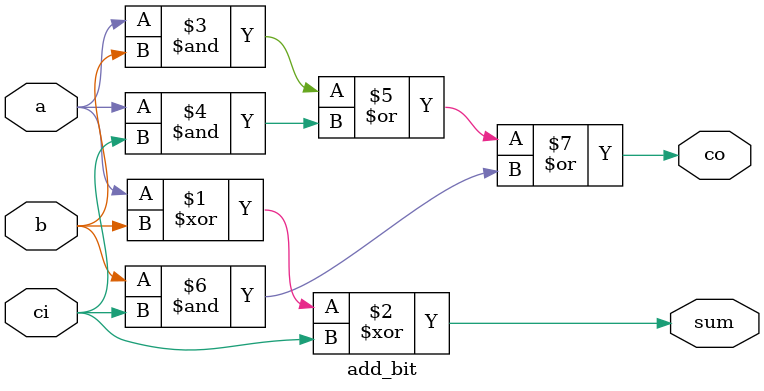
<source format=v>
module add_bit(a,b,ci,sum,co);
input a;
input b;
input ci;
output sum;
output co;
wire a,b,ci,sum,co;
assign sum = a^b^ci;
assign co  = (a&b)|(a&ci)|(b&ci);
endmodule


</source>
